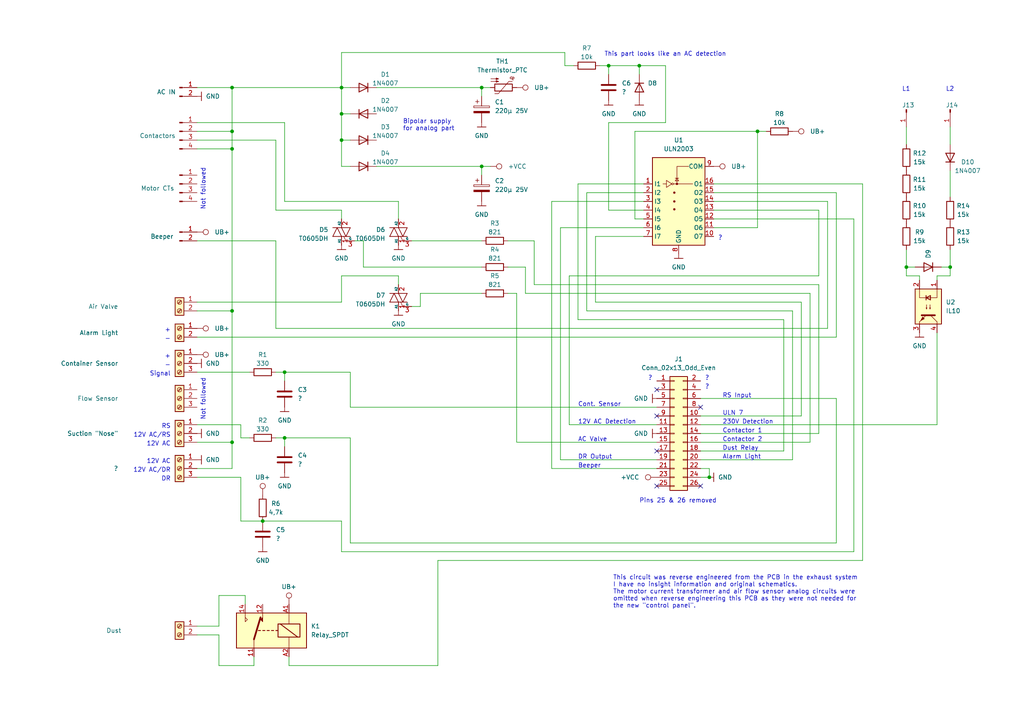
<source format=kicad_sch>
(kicad_sch (version 20230121) (generator eeschema)
  (paper "A4")
  (title_block (title "Nederman Exhaust System Basis PCB") (date "2024-03-24") (company "Jonas Eberhard joseng.de"))
  (lib_symbols
    (symbol "Connector:Conn_01x01_Pin" (pin_names (offset 1.016) hide)
      (property "Reference" "J" (at 0 2.54 0))
      (property "Value" "Conn_01x01_Pin" (at 0 -2.54 0))
      (symbol "Conn_01x01_Pin_1_1"
        (polyline (pts (xy 1.27 0) (xy 0.8636 0)) (stroke (width 0.1524)))
        (rectangle (start 0.8636 0.127) (end 0 -0.127) (stroke (width 0.1524)) (fill (type outline)))
        (pin passive line (at 5.08 0 180) (length 3.81) (name "Pin_1") (number "1"))
      )
    )
    (symbol "Connector:Conn_01x02_Pin" (pin_names (offset 1.016) hide)
      (property "Reference" "J" (at 0 2.54 0))
      (property "Value" "Conn_01x02_Pin" (at 0 -5.08 0))
      (symbol "Conn_01x02_Pin_1_1"
        (polyline (pts (xy 1.27 -2.54) (xy 0.8636 -2.54)) (stroke (width 0.1524)))
        (polyline (pts (xy 1.27 0) (xy 0.8636 0)) (stroke (width 0.1524)))
        (rectangle (start 0.8636 -2.413) (end 0 -2.667) (stroke (width 0.1524)) (fill (type outline)))
        (rectangle (start 0.8636 0.127) (end 0 -0.127) (stroke (width 0.1524)) (fill (type outline)))
        (pin passive line (at 5.08 0 180) (length 3.81) (name "Pin_1") (number "1"))
        (pin passive line (at 5.08 -2.54 180) (length 3.81) (name "Pin_2") (number "2"))
      )
    )
    (symbol "Connector:Conn_01x04_Pin" (pin_names (offset 1.016) hide)
      (property "Reference" "J" (at 0 5.08 0))
      (property "Value" "Conn_01x04_Pin" (at 0 -7.62 0))
      (symbol "Conn_01x04_Pin_1_1"
        (polyline (pts (xy 1.27 -5.08) (xy 0.8636 -5.08)) (stroke (width 0.1524)))
        (polyline (pts (xy 1.27 -2.54) (xy 0.8636 -2.54)) (stroke (width 0.1524)))
        (polyline (pts (xy 1.27 0) (xy 0.8636 0)) (stroke (width 0.1524)))
        (polyline (pts (xy 1.27 2.54) (xy 0.8636 2.54)) (stroke (width 0.1524)))
        (rectangle (start 0.8636 -4.953) (end 0 -5.207) (stroke (width 0.1524)) (fill (type outline)))
        (rectangle (start 0.8636 -2.413) (end 0 -2.667) (stroke (width 0.1524)) (fill (type outline)))
        (rectangle (start 0.8636 0.127) (end 0 -0.127) (stroke (width 0.1524)) (fill (type outline)))
        (rectangle (start 0.8636 2.667) (end 0 2.413) (stroke (width 0.1524)) (fill (type outline)))
        (pin passive line (at 5.08 2.54 180) (length 3.81) (name "Pin_1") (number "1"))
        (pin passive line (at 5.08 0 180) (length 3.81) (name "Pin_2") (number "2"))
        (pin passive line (at 5.08 -2.54 180) (length 3.81) (name "Pin_3") (number "3"))
        (pin passive line (at 5.08 -5.08 180) (length 3.81) (name "Pin_4") (number "4"))
      )
    )
    (symbol "Connector:Screw_Terminal_01x02" (pin_names (offset 1.016) hide)
      (property "Reference" "J" (at 0 2.54 0))
      (property "Value" "Screw_Terminal_01x02" (at 0 -5.08 0))
      (symbol "Screw_Terminal_01x02_1_1"
        (rectangle (start -1.27 1.27) (end 1.27 -3.81) (stroke (width 0.254)) (fill (type background)))
        (circle (center 0 -2.54) (radius 0.635) (stroke (width 0.1524)))
        (polyline (pts (xy -0.5334 -2.2098) (xy 0.3302 -3.048)) (stroke (width 0.1524)))
        (polyline (pts (xy -0.5334 0.3302) (xy 0.3302 -0.508)) (stroke (width 0.1524)))
        (polyline (pts (xy -0.3556 -2.032) (xy 0.508 -2.8702)) (stroke (width 0.1524)))
        (polyline (pts (xy -0.3556 0.508) (xy 0.508 -0.3302)) (stroke (width 0.1524)))
        (circle (center 0 0) (radius 0.635) (stroke (width 0.1524)))
        (pin passive line (at -5.08 0 0) (length 3.81) (name "Pin_1") (number "1"))
        (pin passive line (at -5.08 -2.54 0) (length 3.81) (name "Pin_2") (number "2"))
      )
    )
    (symbol "Connector:Screw_Terminal_01x03" (pin_names (offset 1.016) hide)
      (property "Reference" "J" (at 0 5.08 0))
      (property "Value" "Screw_Terminal_01x03" (at 0 -5.08 0))
      (symbol "Screw_Terminal_01x03_1_1"
        (rectangle (start -1.27 3.81) (end 1.27 -3.81) (stroke (width 0.254)) (fill (type background)))
        (circle (center 0 -2.54) (radius 0.635) (stroke (width 0.1524)))
        (polyline (pts (xy -0.5334 -2.2098) (xy 0.3302 -3.048)) (stroke (width 0.1524)))
        (polyline (pts (xy -0.5334 0.3302) (xy 0.3302 -0.508)) (stroke (width 0.1524)))
        (polyline (pts (xy -0.5334 2.8702) (xy 0.3302 2.032)) (stroke (width 0.1524)))
        (polyline (pts (xy -0.3556 -2.032) (xy 0.508 -2.8702)) (stroke (width 0.1524)))
        (polyline (pts (xy -0.3556 0.508) (xy 0.508 -0.3302)) (stroke (width 0.1524)))
        (polyline (pts (xy -0.3556 3.048) (xy 0.508 2.2098)) (stroke (width 0.1524)))
        (circle (center 0 0) (radius 0.635) (stroke (width 0.1524)))
        (circle (center 0 2.54) (radius 0.635) (stroke (width 0.1524)))
        (pin passive line (at -5.08 2.54 0) (length 3.81) (name "Pin_1") (number "1"))
        (pin passive line (at -5.08 0 0) (length 3.81) (name "Pin_2") (number "2"))
        (pin passive line (at -5.08 -2.54 0) (length 3.81) (name "Pin_3") (number "3"))
      )
    )
    (symbol "Connector_Generic:Conn_02x13_Odd_Even" (pin_names (offset 1.016) hide)
      (property "Reference" "J" (at 1.27 17.78 0))
      (property "Value" "Conn_02x13_Odd_Even" (at 1.27 -17.78 0))
      (symbol "Conn_02x13_Odd_Even_1_1"
        (rectangle (start -1.27 -15.113) (end 0 -15.367) (stroke (width 0.1524)))
        (rectangle (start -1.27 -12.573) (end 0 -12.827) (stroke (width 0.1524)))
        (rectangle (start -1.27 -10.033) (end 0 -10.287) (stroke (width 0.1524)))
        (rectangle (start -1.27 -7.493) (end 0 -7.747) (stroke (width 0.1524)))
        (rectangle (start -1.27 -4.953) (end 0 -5.207) (stroke (width 0.1524)))
        (rectangle (start -1.27 -2.413) (end 0 -2.667) (stroke (width 0.1524)))
        (rectangle (start -1.27 0.127) (end 0 -0.127) (stroke (width 0.1524)))
        (rectangle (start -1.27 2.667) (end 0 2.413) (stroke (width 0.1524)))
        (rectangle (start -1.27 5.207) (end 0 4.953) (stroke (width 0.1524)))
        (rectangle (start -1.27 7.747) (end 0 7.493) (stroke (width 0.1524)))
        (rectangle (start -1.27 10.287) (end 0 10.033) (stroke (width 0.1524)))
        (rectangle (start -1.27 12.827) (end 0 12.573) (stroke (width 0.1524)))
        (rectangle (start -1.27 15.367) (end 0 15.113) (stroke (width 0.1524)))
        (rectangle (start -1.27 16.51) (end 3.81 -16.51) (stroke (width 0.254)) (fill (type background)))
        (rectangle (start 3.81 -15.113) (end 2.54 -15.367) (stroke (width 0.1524)))
        (rectangle (start 3.81 -12.573) (end 2.54 -12.827) (stroke (width 0.1524)))
        (rectangle (start 3.81 -10.033) (end 2.54 -10.287) (stroke (width 0.1524)))
        (rectangle (start 3.81 -7.493) (end 2.54 -7.747) (stroke (width 0.1524)))
        (rectangle (start 3.81 -4.953) (end 2.54 -5.207) (stroke (width 0.1524)))
        (rectangle (start 3.81 -2.413) (end 2.54 -2.667) (stroke (width 0.1524)))
        (rectangle (start 3.81 0.127) (end 2.54 -0.127) (stroke (width 0.1524)))
        (rectangle (start 3.81 2.667) (end 2.54 2.413) (stroke (width 0.1524)))
        (rectangle (start 3.81 5.207) (end 2.54 4.953) (stroke (width 0.1524)))
        (rectangle (start 3.81 7.747) (end 2.54 7.493) (stroke (width 0.1524)))
        (rectangle (start 3.81 10.287) (end 2.54 10.033) (stroke (width 0.1524)))
        (rectangle (start 3.81 12.827) (end 2.54 12.573) (stroke (width 0.1524)))
        (rectangle (start 3.81 15.367) (end 2.54 15.113) (stroke (width 0.1524)))
        (pin passive line (at -5.08 15.24 0) (length 3.81) (name "Pin_1") (number "1"))
        (pin passive line (at 7.62 5.08 180) (length 3.81) (name "Pin_10") (number "10"))
        (pin passive line (at -5.08 2.54 0) (length 3.81) (name "Pin_11") (number "11"))
        (pin passive line (at 7.62 2.54 180) (length 3.81) (name "Pin_12") (number "12"))
        (pin passive line (at -5.08 0 0) (length 3.81) (name "Pin_13") (number "13"))
        (pin passive line (at 7.62 0 180) (length 3.81) (name "Pin_14") (number "14"))
        (pin passive line (at -5.08 -2.54 0) (length 3.81) (name "Pin_15") (number "15"))
        (pin passive line (at 7.62 -2.54 180) (length 3.81) (name "Pin_16") (number "16"))
        (pin passive line (at -5.08 -5.08 0) (length 3.81) (name "Pin_17") (number "17"))
        (pin passive line (at 7.62 -5.08 180) (length 3.81) (name "Pin_18") (number "18"))
        (pin passive line (at -5.08 -7.62 0) (length 3.81) (name "Pin_19") (number "19"))
        (pin passive line (at 7.62 15.24 180) (length 3.81) (name "Pin_2") (number "2"))
        (pin passive line (at 7.62 -7.62 180) (length 3.81) (name "Pin_20") (number "20"))
        (pin passive line (at -5.08 -10.16 0) (length 3.81) (name "Pin_21") (number "21"))
        (pin passive line (at 7.62 -10.16 180) (length 3.81) (name "Pin_22") (number "22"))
        (pin passive line (at -5.08 -12.7 0) (length 3.81) (name "Pin_23") (number "23"))
        (pin passive line (at 7.62 -12.7 180) (length 3.81) (name "Pin_24") (number "24"))
        (pin passive line (at -5.08 -15.24 0) (length 3.81) (name "Pin_25") (number "25"))
        (pin passive line (at 7.62 -15.24 180) (length 3.81) (name "Pin_26") (number "26"))
        (pin passive line (at -5.08 12.7 0) (length 3.81) (name "Pin_3") (number "3"))
        (pin passive line (at 7.62 12.7 180) (length 3.81) (name "Pin_4") (number "4"))
        (pin passive line (at -5.08 10.16 0) (length 3.81) (name "Pin_5") (number "5"))
        (pin passive line (at 7.62 10.16 180) (length 3.81) (name "Pin_6") (number "6"))
        (pin passive line (at -5.08 7.62 0) (length 3.81) (name "Pin_7") (number "7"))
        (pin passive line (at 7.62 7.62 180) (length 3.81) (name "Pin_8") (number "8"))
        (pin passive line (at -5.08 5.08 0) (length 3.81) (name "Pin_9") (number "9"))
      )
    )
    (symbol "Device:C" (pin_numbers hide) (pin_names (offset 0.254))
      (property "Reference" "C" (at 0.635 2.54 0))
      (property "Value" "C" (at 0.635 -2.54 0))
      (symbol "C_0_1"
        (polyline (pts (xy -2.032 -0.762) (xy 2.032 -0.762)) (stroke (width 0.508)))
        (polyline (pts (xy -2.032 0.762) (xy 2.032 0.762)) (stroke (width 0.508)))
      )
      (symbol "C_1_1"
        (pin passive line (at 0 3.81 270) (length 2.794) (name "~") (number "1"))
        (pin passive line (at 0 -3.81 90) (length 2.794) (name "~") (number "2"))
      )
    )
    (symbol "Device:C_Polarized" (pin_numbers hide) (pin_names (offset 0.254))
      (property "Reference" "C" (at 0.635 2.54 0))
      (property "Value" "C_Polarized" (at 0.635 -2.54 0))
      (symbol "C_Polarized_0_1"
        (rectangle (start -2.286 0.508) (end 2.286 1.016))
        (polyline (pts (xy -1.778 2.286) (xy -0.762 2.286)))
        (polyline (pts (xy -1.27 2.794) (xy -1.27 1.778)))
        (rectangle (start 2.286 -0.508) (end -2.286 -1.016) (fill (type outline)))
      )
      (symbol "C_Polarized_1_1"
        (pin passive line (at 0 3.81 270) (length 2.794) (name "~") (number "1"))
        (pin passive line (at 0 -3.81 90) (length 2.794) (name "~") (number "2"))
      )
    )
    (symbol "Device:Q_TRIAC_A1A2G" (pin_names (offset 0))
      (property "Reference" "D" (at 3.175 0.635 0))
      (property "Value" "Q_TRIAC_A1A2G" (at 3.175 -1.27 0))
      (symbol "Q_TRIAC_A1A2G_0_1"
        (polyline (pts (xy -2.54 -1.27) (xy 2.54 -1.27)) (stroke (width 0.2032)))
        (polyline (pts (xy -2.54 1.27) (xy 2.54 1.27)) (stroke (width 0.2032)))
        (polyline (pts (xy -1.27 -2.54) (xy -0.635 -1.27)))
        (polyline (pts (xy -2.54 1.27) (xy -1.27 -1.27) (xy 0 1.27)) (stroke (width 0.2032)))
        (polyline (pts (xy 0 -1.27) (xy 1.27 1.27) (xy 2.54 -1.27)) (stroke (width 0.2032)))
      )
      (symbol "Q_TRIAC_A1A2G_1_1"
        (pin passive line (at 0 -3.81 90) (length 2.54) (name "A1") (number "1"))
        (pin passive line (at 0 3.81 270) (length 2.54) (name "A2") (number "2"))
        (pin input line (at -3.81 -2.54 0) (length 2.54) (name "G") (number "3"))
      )
    )
    (symbol "Device:R" (pin_numbers hide) (pin_names (offset 0))
      (property "Reference" "R" (at 2.032 0 90))
      (property "Value" "R" (at 0 0 90))
      (symbol "R_0_1"
        (rectangle (start -1.016 -2.54) (end 1.016 2.54) (stroke (width 0.254)))
      )
      (symbol "R_1_1"
        (pin passive line (at 0 3.81 270) (length 1.27) (name "~") (number "1"))
        (pin passive line (at 0 -3.81 90) (length 1.27) (name "~") (number "2"))
      )
    )
    (symbol "Device:Thermistor_PTC" (pin_numbers hide) (pin_names (offset 0))
      (property "Reference" "TH" (at -4.064 0 90))
      (property "Value" "Thermistor_PTC" (at 3.048 0 90))
      (symbol "Thermistor_PTC_0_1"
        (arc (start -3.048 2.159) (mid -3.0495 2.3143) (end -3.175 2.413))
        (arc (start -3.048 2.159) (mid -2.9736 1.9794) (end -2.794 1.905))
        (arc (start -3.048 2.794) (mid -2.9736 2.6144) (end -2.794 2.54))
        (arc (start -2.794 1.905) (mid -2.6144 1.9794) (end -2.54 2.159))
        (arc (start -2.794 2.54) (mid -2.4393 2.5587) (end -2.159 2.794))
        (arc (start -2.794 3.048) (mid -2.9736 2.9736) (end -3.048 2.794))
        (arc (start -2.54 2.794) (mid -2.6144 2.9736) (end -2.794 3.048))
        (rectangle (start -1.016 2.54) (end 1.016 -2.54) (stroke (width 0.254)))
        (polyline (pts (xy -2.54 2.159) (xy -2.54 2.794)))
        (polyline (pts (xy -1.778 2.54) (xy -1.778 1.524) (xy 1.778 -1.524) (xy 1.778 -2.54)))
        (polyline (pts (xy -2.54 -3.683) (xy -2.54 -1.397) (xy -2.794 -2.159) (xy -2.286 -2.159) (xy -2.54 -1.397) (xy -2.54 -1.651)) (fill (type outline)))
        (polyline (pts (xy -1.778 -3.683) (xy -1.778 -1.397) (xy -2.032 -2.159) (xy -1.524 -2.159) (xy -1.778 -1.397) (xy -1.778 -1.651)) (fill (type outline)))
      )
      (symbol "Thermistor_PTC_1_1"
        (pin passive line (at 0 3.81 270) (length 1.27) (name "~") (number "1"))
        (pin passive line (at 0 -3.81 90) (length 1.27) (name "~") (number "2"))
      )
    )
    (symbol "Diode:1N4007" (pin_numbers hide) (pin_names hide)
      (property "Reference" "D" (at 0 2.54 0))
      (property "Value" "1N4007" (at 0 -2.54 0))
      (symbol "1N4007_0_1"
        (polyline (pts (xy -1.27 1.27) (xy -1.27 -1.27)) (stroke (width 0.254)))
        (polyline (pts (xy 1.27 0) (xy -1.27 0)))
        (polyline (pts (xy 1.27 1.27) (xy 1.27 -1.27) (xy -1.27 0) (xy 1.27 1.27)) (stroke (width 0.254)))
      )
      (symbol "1N4007_1_1"
        (pin passive line (at -3.81 0 0) (length 2.54) (name "K") (number "1"))
        (pin passive line (at 3.81 0 180) (length 2.54) (name "A") (number "2"))
      )
    )
    (symbol "Isolator:EL817" (pin_names (offset 1.016))
      (property "Reference" "U" (at -5.08 5.08 0))
      (property "Value" "EL817" (at 0 5.08 0))
      (symbol "EL817_0_1"
        (rectangle (start -5.08 3.81) (end 5.08 -3.81) (stroke (width 0.254)) (fill (type background)))
        (polyline (pts (xy -3.175 -0.635) (xy -1.905 -0.635)) (stroke (width 0.254)))
        (polyline (pts (xy 2.54 0.635) (xy 4.445 2.54)))
        (polyline (pts (xy 4.445 -2.54) (xy 2.54 -0.635)) (fill (type outline)))
        (polyline (pts (xy 4.445 -2.54) (xy 5.08 -2.54)))
        (polyline (pts (xy 4.445 2.54) (xy 5.08 2.54)))
        (polyline (pts (xy -5.08 2.54) (xy -2.54 2.54) (xy -2.54 -0.635)))
        (polyline (pts (xy -2.54 -0.635) (xy -2.54 -2.54) (xy -5.08 -2.54)))
        (polyline (pts (xy 2.54 1.905) (xy 2.54 -1.905) (xy 2.54 -1.905)) (stroke (width 0.508)))
        (polyline (pts (xy -2.54 -0.635) (xy -3.175 0.635) (xy -1.905 0.635) (xy -2.54 -0.635)) (stroke (width 0.254)))
        (polyline (pts (xy -0.508 -0.508) (xy 0.762 -0.508) (xy 0.381 -0.635) (xy 0.381 -0.381) (xy 0.762 -0.508)))
        (polyline (pts (xy -0.508 0.508) (xy 0.762 0.508) (xy 0.381 0.381) (xy 0.381 0.635) (xy 0.762 0.508)))
        (polyline (pts (xy 3.048 -1.651) (xy 3.556 -1.143) (xy 4.064 -2.159) (xy 3.048 -1.651) (xy 3.048 -1.651)) (fill (type outline)))
      )
      (symbol "EL817_1_1"
        (pin passive line (at -7.62 2.54 0) (length 2.54) (name "~") (number "1"))
        (pin passive line (at -7.62 -2.54 0) (length 2.54) (name "~") (number "2"))
        (pin passive line (at 7.62 -2.54 180) (length 2.54) (name "~") (number "3"))
        (pin passive line (at 7.62 2.54 180) (length 2.54) (name "~") (number "4"))
      )
    )
    (symbol "PowerSymbols:GND" (power) (pin_names (offset 0))
      (property "Value" "GND" (at 0 -3.81 0))
      (symbol "GND_0_1"
        (polyline (pts (xy -1.27 -1.27) (xy 1.27 -1.27)) (stroke (width 0.2032)))
        (polyline (pts (xy 0 0) (xy 0 -1.27)))
      )
      (symbol "GND_1_1"
        (pin power_in line (at 0 0 270) (length 0) hide (name "GND") (number "1"))
      )
    )
    (symbol "PowerSymbols:UB+" (power) (in_bom no) (on_board no)
      (property "Value" "UB+" (at 0 5.08 0))
      (symbol "UB+_0_1"
        (polyline (pts (xy 0 1.778) (xy 0 0)))
        (circle (center 0 2.54) (radius 0.762))
      )
      (symbol "UB+_1_1"
        (pin power_in line (at 0 0 90) (length 0) hide (name "UB+") (number "1"))
      )
    )
    (symbol "PowerSymbols:VCC" (power) (pin_numbers hide) (pin_names (offset 0) hide)
      (property "Value" "VCC" (at 0 4.318 0))
      (symbol "VCC_0_1"
        (polyline (pts (xy 0 1.778) (xy 0 0)))
        (circle (center 0 2.54) (radius 0.762))
      )
      (symbol "VCC_1_1"
        (pin power_in line (at 0 0 90) (length 0) hide (name "+VCC") (number "1"))
      )
    )
    (symbol "Relay:Relay_SPDT"
      (property "Reference" "K" (at 11.43 3.81 0))
      (property "Value" "Relay_SPDT" (at 11.43 1.27 0))
      (symbol "Relay_SPDT_0_0"
        (polyline (pts (xy 7.62 5.08) (xy 7.62 2.54) (xy 6.985 3.175) (xy 7.62 3.81)))
      )
      (symbol "Relay_SPDT_0_1"
        (rectangle (start -10.16 5.08) (end 10.16 -5.08) (stroke (width 0.254)) (fill (type background)))
        (rectangle (start -8.255 1.905) (end -1.905 -1.905) (stroke (width 0.254)))
        (polyline (pts (xy -7.62 -1.905) (xy -2.54 1.905)) (stroke (width 0.254)))
        (polyline (pts (xy -5.08 -5.08) (xy -5.08 -1.905)))
        (polyline (pts (xy -5.08 5.08) (xy -5.08 1.905)))
        (polyline (pts (xy -1.905 0) (xy -1.27 0)) (stroke (width 0.254)))
        (polyline (pts (xy -0.635 0) (xy 0 0)) (stroke (width 0.254)))
        (polyline (pts (xy 0.635 0) (xy 1.27 0)) (stroke (width 0.254)))
        (polyline (pts (xy 1.905 0) (xy 2.54 0)) (stroke (width 0.254)))
        (polyline (pts (xy 3.175 0) (xy 3.81 0)) (stroke (width 0.254)))
        (polyline (pts (xy 5.08 -2.54) (xy 3.175 3.81)) (stroke (width 0.508)))
        (polyline (pts (xy 5.08 -2.54) (xy 5.08 -5.08)))
        (polyline (pts (xy 2.54 5.08) (xy 2.54 2.54) (xy 3.175 3.175) (xy 2.54 3.81)) (fill (type outline)))
      )
      (symbol "Relay_SPDT_1_1"
        (pin passive line (at 5.08 -7.62 90) (length 2.54) (name "~") (number "11"))
        (pin passive line (at 2.54 7.62 270) (length 2.54) (name "~") (number "12"))
        (pin passive line (at 7.62 7.62 270) (length 2.54) (name "~") (number "14"))
        (pin passive line (at -5.08 7.62 270) (length 2.54) (name "~") (number "A1"))
        (pin passive line (at -5.08 -7.62 90) (length 2.54) (name "~") (number "A2"))
      )
    )
    (symbol "Transistor_Array:ULN2003"
      (property "Reference" "U" (at 0 15.875 0))
      (property "Value" "ULN2003" (at 0 13.97 0))
      (symbol "ULN2003_0_1"
        (rectangle (start -7.62 -12.7) (end 7.62 12.7) (stroke (width 0.254)) (fill (type background)))
        (circle (center -1.778 5.08) (radius 0.254))
        (circle (center -1.27 -2.286) (radius 0.254) (fill (type outline)))
        (circle (center -1.27 0) (radius 0.254) (fill (type outline)))
        (circle (center -1.27 2.54) (radius 0.254) (fill (type outline)))
        (circle (center -0.508 5.08) (radius 0.254) (fill (type outline)))
        (polyline (pts (xy -4.572 5.08) (xy -3.556 5.08)))
        (polyline (pts (xy -1.524 5.08) (xy 4.064 5.08)))
        (polyline (pts (xy 0 6.731) (xy -1.016 6.731)))
        (polyline (pts (xy -0.508 5.08) (xy -0.508 10.16) (xy 2.921 10.16)))
        (polyline (pts (xy -3.556 6.096) (xy -3.556 4.064) (xy -2.032 5.08) (xy -3.556 6.096)))
        (polyline (pts (xy 0 5.969) (xy -1.016 5.969) (xy -0.508 6.731) (xy 0 5.969)))
      )
      (symbol "ULN2003_1_1"
        (pin input line (at -10.16 5.08 0) (length 2.54) (name "I1") (number "1"))
        (pin open_collector line (at 10.16 -10.16 180) (length 2.54) (name "O7") (number "10"))
        (pin open_collector line (at 10.16 -7.62 180) (length 2.54) (name "O6") (number "11"))
        (pin open_collector line (at 10.16 -5.08 180) (length 2.54) (name "O5") (number "12"))
        (pin open_collector line (at 10.16 -2.54 180) (length 2.54) (name "O4") (number "13"))
        (pin open_collector line (at 10.16 0 180) (length 2.54) (name "O3") (number "14"))
        (pin open_collector line (at 10.16 2.54 180) (length 2.54) (name "O2") (number "15"))
        (pin open_collector line (at 10.16 5.08 180) (length 2.54) (name "O1") (number "16"))
        (pin input line (at -10.16 2.54 0) (length 2.54) (name "I2") (number "2"))
        (pin input line (at -10.16 0 0) (length 2.54) (name "I3") (number "3"))
        (pin input line (at -10.16 -2.54 0) (length 2.54) (name "I4") (number "4"))
        (pin input line (at -10.16 -5.08 0) (length 2.54) (name "I5") (number "5"))
        (pin input line (at -10.16 -7.62 0) (length 2.54) (name "I6") (number "6"))
        (pin input line (at -10.16 -10.16 0) (length 2.54) (name "I7") (number "7"))
        (pin power_in line (at 0 -15.24 90) (length 2.54) (name "GND") (number "8"))
        (pin passive line (at 10.16 10.16 180) (length 2.54) (name "COM") (number "9"))
      )
    )
  )
  (junction (at 67.31 38.1))
  (junction (at 139.7 25.4))
  (junction (at 185.42 19.05))
  (junction (at 176.53 19.05))
  (junction (at 67.31 25.4))
  (junction (at 275.59 77.47))
  (junction (at 82.55 107.95))
  (junction (at 139.7 48.26))
  (junction (at 262.89 77.47))
  (junction (at 99.06 40.64))
  (junction (at 99.06 33.02))
  (junction (at 219.71 38.1))
  (junction (at 99.06 25.4))
  (junction (at 67.31 128.27))
  (junction (at 76.2 151.13))
  (junction (at 67.31 43.18))
  (junction (at 67.31 90.17))
  (junction (at 82.55 127))
  (junction (at 205.74 138.43))
  (no_connect (at 190.5 120.65))
  (no_connect (at 190.5 130.81))
  (no_connect (at 203.2 140.97))
  (no_connect (at 190.5 113.03))
  (no_connect (at 190.5 140.97))
  (no_connect (at 203.2 118.11))
  (wire (pts (xy 57.15 123.19) (xy 69.85 123.19)))
  (wire (pts (xy 80.01 95.25) (xy 240.03 95.25)))
  (wire (pts (xy 203.2 120.65) (xy 232.41 120.65)))
  (wire (pts (xy 207.01 53.34) (xy 250.19 53.34)))
  (wire (pts (xy 152.4 85.09) (xy 234.95 85.09)))
  (wire (pts (xy 63.5 184.15) (xy 57.15 184.15)))
  (wire (pts (xy 57.15 69.85) (xy 80.01 69.85)))
  (wire (pts (xy 170.18 90.17) (xy 170.18 55.88)))
  (wire (pts (xy 266.7 81.28) (xy 266.7 80.01)))
  (wire (pts (xy 237.49 60.96) (xy 237.49 80.01)))
  (wire (pts (xy 115.57 80.01) (xy 115.57 82.55)))
  (wire (pts (xy 271.78 81.28) (xy 271.78 80.01)))
  (wire (pts (xy 232.41 87.63) (xy 172.72 87.63)))
  (wire (pts (xy 80.01 127) (xy 82.55 127)))
  (wire (pts (xy 99.06 151.13) (xy 76.2 151.13)))
  (wire (pts (xy 57.15 107.95) (xy 72.39 107.95)))
  (wire (pts (xy 82.55 107.95) (xy 82.55 110.49)))
  (wire (pts (xy 166.37 19.05) (xy 163.83 19.05)))
  (wire (pts (xy 165.1 123.19) (xy 190.5 123.19)))
  (wire (pts (xy 149.86 85.09) (xy 149.86 128.27)))
  (wire (pts (xy 203.2 133.35) (xy 229.87 133.35)))
  (wire (pts (xy 67.31 43.18) (xy 67.31 38.1)))
  (wire (pts (xy 250.19 53.34) (xy 250.19 162.56)))
  (wire (pts (xy 69.85 138.43) (xy 69.85 151.13)))
  (wire (pts (xy 57.15 87.63) (xy 99.06 87.63)))
  (wire (pts (xy 57.15 181.61) (xy 63.5 181.61)))
  (wire (pts (xy 186.69 60.96) (xy 176.53 60.96)))
  (wire (pts (xy 57.15 90.17) (xy 67.31 90.17)))
  (wire (pts (xy 99.06 33.02) (xy 101.6 33.02)))
  (wire (pts (xy 184.15 63.5) (xy 184.15 38.1)))
  (wire (pts (xy 83.82 193.04) (xy 83.82 190.5)))
  (wire (pts (xy 154.94 69.85) (xy 154.94 82.55)))
  (wire (pts (xy 262.89 77.47) (xy 265.43 77.47)))
  (wire (pts (xy 162.56 66.04) (xy 186.69 66.04)))
  (wire (pts (xy 275.59 49.53) (xy 275.59 57.15)))
  (wire (pts (xy 57.15 135.89) (xy 67.31 135.89)))
  (wire (pts (xy 275.59 72.39) (xy 275.59 77.47)))
  (wire (pts (xy 275.59 80.01) (xy 275.59 77.47)))
  (wire (pts (xy 207.01 60.96) (xy 237.49 60.96)))
  (wire (pts (xy 149.86 128.27) (xy 190.5 128.27)))
  (wire (pts (xy 82.55 58.42) (xy 82.55 35.56)))
  (wire (pts (xy 67.31 135.89) (xy 67.31 128.27)))
  (wire (pts (xy 237.49 82.55) (xy 237.49 125.73)))
  (wire (pts (xy 99.06 33.02) (xy 99.06 25.4)))
  (wire (pts (xy 163.83 19.05) (xy 163.83 15.24)))
  (wire (pts (xy 240.03 95.25) (xy 240.03 58.42)))
  (wire (pts (xy 160.02 135.89) (xy 160.02 58.42)))
  (wire (pts (xy 262.89 36.83) (xy 262.89 41.91)))
  (wire (pts (xy 80.01 107.95) (xy 82.55 107.95)))
  (wire (pts (xy 139.7 48.26) (xy 109.22 48.26)))
  (wire (pts (xy 262.89 72.39) (xy 262.89 77.47)))
  (wire (pts (xy 73.66 193.04) (xy 63.5 193.04)))
  (wire (pts (xy 167.64 92.71) (xy 167.64 53.34)))
  (wire (pts (xy 69.85 127) (xy 72.39 127)))
  (wire (pts (xy 227.33 130.81) (xy 227.33 92.71)))
  (wire (pts (xy 172.72 87.63) (xy 172.72 68.58)))
  (wire (pts (xy 234.95 85.09) (xy 234.95 128.27)))
  (wire (pts (xy 69.85 151.13) (xy 76.2 151.13)))
  (wire (pts (xy 121.92 85.09) (xy 139.7 85.09)))
  (wire (pts (xy 203.2 123.19) (xy 271.78 123.19)))
  (wire (pts (xy 160.02 58.42) (xy 186.69 58.42)))
  (wire (pts (xy 99.06 48.26) (xy 99.06 40.64)))
  (wire (pts (xy 99.06 40.64) (xy 101.6 40.64)))
  (wire (pts (xy 232.41 120.65) (xy 232.41 87.63)))
  (wire (pts (xy 57.15 138.43) (xy 69.85 138.43)))
  (wire (pts (xy 73.66 190.5) (xy 73.66 193.04)))
  (wire (pts (xy 203.2 138.43) (xy 205.74 138.43)))
  (wire (pts (xy 101.6 157.48) (xy 101.6 127)))
  (wire (pts (xy 184.15 38.1) (xy 219.71 38.1)))
  (wire (pts (xy 229.87 133.35) (xy 229.87 90.17)))
  (wire (pts (xy 127 193.04) (xy 83.82 193.04)))
  (wire (pts (xy 237.49 125.73) (xy 203.2 125.73)))
  (wire (pts (xy 57.15 40.64) (xy 80.01 40.64)))
  (wire (pts (xy 99.06 80.01) (xy 115.57 80.01)))
  (wire (pts (xy 57.15 128.27) (xy 67.31 128.27)))
  (wire (pts (xy 242.57 55.88) (xy 207.01 55.88)))
  (wire (pts (xy 139.7 25.4) (xy 142.24 25.4)))
  (wire (pts (xy 237.49 80.01) (xy 165.1 80.01)))
  (wire (pts (xy 139.7 50.8) (xy 139.7 48.26)))
  (wire (pts (xy 271.78 123.19) (xy 271.78 96.52)))
  (wire (pts (xy 190.5 118.11) (xy 101.6 118.11)))
  (wire (pts (xy 63.5 172.72) (xy 71.12 172.72)))
  (wire (pts (xy 57.15 25.4) (xy 67.31 25.4)))
  (wire (pts (xy 80.01 60.96) (xy 99.06 60.96)))
  (wire (pts (xy 165.1 80.01) (xy 165.1 123.19)))
  (wire (pts (xy 105.41 69.85) (xy 105.41 77.47)))
  (wire (pts (xy 190.5 133.35) (xy 162.56 133.35)))
  (wire (pts (xy 67.31 128.27) (xy 67.31 90.17)))
  (wire (pts (xy 119.38 88.9) (xy 121.92 88.9)))
  (wire (pts (xy 82.55 127) (xy 82.55 129.54)))
  (wire (pts (xy 99.06 25.4) (xy 67.31 25.4)))
  (wire (pts (xy 163.83 15.24) (xy 99.06 15.24)))
  (wire (pts (xy 190.5 135.89) (xy 160.02 135.89)))
  (wire (pts (xy 205.74 135.89) (xy 205.74 138.43)))
  (wire (pts (xy 105.41 77.47) (xy 139.7 77.47)))
  (wire (pts (xy 167.64 53.34) (xy 186.69 53.34)))
  (wire (pts (xy 71.12 172.72) (xy 71.12 175.26)))
  (wire (pts (xy 147.32 77.47) (xy 152.4 77.47)))
  (wire (pts (xy 80.01 69.85) (xy 80.01 95.25)))
  (wire (pts (xy 203.2 135.89) (xy 205.74 135.89)))
  (wire (pts (xy 154.94 82.55) (xy 237.49 82.55)))
  (wire (pts (xy 101.6 127) (xy 82.55 127)))
  (wire (pts (xy 275.59 36.83) (xy 275.59 41.91)))
  (wire (pts (xy 99.06 25.4) (xy 101.6 25.4)))
  (wire (pts (xy 247.65 63.5) (xy 247.65 160.02)))
  (wire (pts (xy 185.42 21.59) (xy 185.42 19.05)))
  (wire (pts (xy 242.57 115.57) (xy 242.57 157.48)))
  (wire (pts (xy 101.6 107.95) (xy 82.55 107.95)))
  (wire (pts (xy 121.92 85.09) (xy 121.92 88.9)))
  (wire (pts (xy 139.7 25.4) (xy 139.7 27.94)))
  (wire (pts (xy 57.15 35.56) (xy 82.55 35.56)))
  (wire (pts (xy 176.53 19.05) (xy 176.53 21.59)))
  (wire (pts (xy 229.87 90.17) (xy 170.18 90.17)))
  (wire (pts (xy 193.04 35.56) (xy 193.04 19.05)))
  (wire (pts (xy 240.03 58.42) (xy 207.01 58.42)))
  (wire (pts (xy 80.01 40.64) (xy 80.01 60.96)))
  (wire (pts (xy 242.57 97.79) (xy 242.57 55.88)))
  (wire (pts (xy 203.2 130.81) (xy 227.33 130.81)))
  (wire (pts (xy 119.38 69.85) (xy 139.7 69.85)))
  (wire (pts (xy 63.5 193.04) (xy 63.5 184.15)))
  (wire (pts (xy 242.57 157.48) (xy 101.6 157.48)))
  (wire (pts (xy 139.7 48.26) (xy 142.24 48.26)))
  (wire (pts (xy 152.4 77.47) (xy 152.4 85.09)))
  (wire (pts (xy 172.72 68.58) (xy 186.69 68.58)))
  (wire (pts (xy 57.15 43.18) (xy 67.31 43.18)))
  (wire (pts (xy 162.56 133.35) (xy 162.56 66.04)))
  (wire (pts (xy 219.71 66.04) (xy 207.01 66.04)))
  (wire (pts (xy 186.69 63.5) (xy 184.15 63.5)))
  (wire (pts (xy 102.87 69.85) (xy 105.41 69.85)))
  (wire (pts (xy 147.32 69.85) (xy 154.94 69.85)))
  (wire (pts (xy 170.18 55.88) (xy 186.69 55.88)))
  (wire (pts (xy 99.06 40.64) (xy 99.06 33.02)))
  (wire (pts (xy 227.33 92.71) (xy 167.64 92.71)))
  (wire (pts (xy 219.71 38.1) (xy 219.71 66.04)))
  (wire (pts (xy 99.06 60.96) (xy 99.06 63.5)))
  (wire (pts (xy 67.31 90.17) (xy 67.31 43.18)))
  (wire (pts (xy 63.5 181.61) (xy 63.5 172.72)))
  (wire (pts (xy 266.7 80.01) (xy 262.89 80.01)))
  (wire (pts (xy 127 162.56) (xy 127 193.04)))
  (wire (pts (xy 99.06 15.24) (xy 99.06 25.4)))
  (wire (pts (xy 176.53 60.96) (xy 176.53 35.56)))
  (wire (pts (xy 262.89 80.01) (xy 262.89 77.47)))
  (wire (pts (xy 176.53 19.05) (xy 185.42 19.05)))
  (wire (pts (xy 273.05 77.47) (xy 275.59 77.47)))
  (wire (pts (xy 207.01 63.5) (xy 247.65 63.5)))
  (wire (pts (xy 115.57 63.5) (xy 115.57 58.42)))
  (wire (pts (xy 271.78 80.01) (xy 275.59 80.01)))
  (wire (pts (xy 173.99 19.05) (xy 176.53 19.05)))
  (wire (pts (xy 57.15 38.1) (xy 67.31 38.1)))
  (wire (pts (xy 250.19 162.56) (xy 127 162.56)))
  (wire (pts (xy 247.65 160.02) (xy 99.06 160.02)))
  (wire (pts (xy 234.95 128.27) (xy 203.2 128.27)))
  (wire (pts (xy 101.6 48.26) (xy 99.06 48.26)))
  (wire (pts (xy 69.85 123.19) (xy 69.85 127)))
  (wire (pts (xy 185.42 19.05) (xy 193.04 19.05)))
  (wire (pts (xy 101.6 118.11) (xy 101.6 107.95)))
  (wire (pts (xy 115.57 58.42) (xy 82.55 58.42)))
  (wire (pts (xy 67.31 25.4) (xy 67.31 38.1)))
  (wire (pts (xy 176.53 35.56) (xy 193.04 35.56)))
  (wire (pts (xy 109.22 25.4) (xy 139.7 25.4)))
  (wire (pts (xy 147.32 85.09) (xy 149.86 85.09)))
  (wire (pts (xy 99.06 160.02) (xy 99.06 151.13)))
  (wire (pts (xy 57.15 97.79) (xy 242.57 97.79)))
  (wire (pts (xy 203.2 115.57) (xy 242.57 115.57)))
  (wire (pts (xy 99.06 87.63) (xy 99.06 80.01)))
  (wire (pts (xy 219.71 38.1) (xy 222.25 38.1)))
  (text "DR" (at 49.53 139.7 0) (effects (font (size 1.27 1.27)) (justify right bottom)))
  (text "?" (at 208.28 69.85 0) (effects (font (size 1.27 1.27)) (justify left bottom)))
  (text "L1" (at 261.62 26.67 0) (effects (font (size 1.27 1.27)) (justify left bottom)))
  (text "+" (at 49.53 104.14 0) (effects (font (size 1.27 1.27)) (justify right bottom)))
  (text "12V AC Detection" (at 167.64 123.19 0) (effects (font (size 1.27 1.27)) (justify left bottom)))
  (text "Beeper" (at 167.64 135.89 0) (effects (font (size 1.27 1.27)) (justify left bottom)))
  (text "12V AC" (at 49.53 129.54 0) (effects (font (size 1.27 1.27)) (justify right bottom)))
  (text "?" (at 204.47 113.03 0) (effects (font (size 1.27 1.27)) (justify left bottom)))
  (text "12V AC" (at 49.53 134.62 0) (effects (font (size 1.27 1.27)) (justify right bottom)))
  (text "Contactor 1" (at 209.55 125.73 0) (effects (font (size 1.27 1.27)) (justify left bottom)))
  (text "-" (at 49.53 106.68 0) (effects (font (size 1.27 1.27)) (justify right bottom)))
  (text "?" (at 204.47 110.49 0) (effects (font (size 1.27 1.27)) (justify left bottom)))
  (text "?" (at 187.96 110.49 0) (effects (font (size 1.27 1.27)) (justify left bottom)))
  (text "Not followed" (at 59.69 60.96 90) (effects (font (size 1.27 1.27)) (justify left bottom)))
  (text "RS Input" (at 209.55 115.57 0) (effects (font (size 1.27 1.27)) (justify left bottom)))
  (text "ULN 7" (at 209.55 120.65 0) (effects (font (size 1.27 1.27)) (justify left bottom)))
  (text "Not followed" (at 59.69 121.92 90) (effects (font (size 1.27 1.27)) (justify left bottom)))
  (text "Cont. Sensor" (at 167.64 118.11 0) (effects (font (size 1.27 1.27)) (justify left bottom)))
  (text "AC Valve" (at 167.64 128.27 0) (effects (font (size 1.27 1.27)) (justify left bottom)))
  (text "-" (at 49.53 99.06 0) (effects (font (size 1.27 1.27)) (justify right bottom)))
  (text "230V Detection" (at 209.55 123.19 0) (effects (font (size 1.27 1.27)) (justify left bottom)))
  (text "+" (at 49.53 96.52 0) (effects (font (size 1.27 1.27)) (justify right bottom)))
  (text "This part looks like an AC detection" (at 175.26 16.51 0) (effects (font (size 1.27 1.27)) (justify left bottom)))
  (text "RS" (at 49.53 124.46 0) (effects (font (size 1.27 1.27)) (justify right bottom)))
  (text "L2" (at 274.32 26.67 0) (effects (font (size 1.27 1.27)) (justify left bottom)))
  (text "Pins 25 & 26 removed" (at 185.42 146.05 0) (effects (font (size 1.27 1.27)) (justify left bottom)))
  (text "This circuit was reverse engineered from the PCB in the exhaust system\nI have no insight information and original schematics.\nThe motor current transformer and air flow sensor analog circuits were\nomitted when reverse engineering this PCB as they were not needed for\nthe new \"control panel\"." (at 177.8 176.53 0) (effects (font (size 1.27 1.27)) (justify left bottom)))
  (text "Signal" (at 49.53 109.22 0) (effects (font (size 1.27 1.27)) (justify right bottom)))
  (text "12V AC/DR" (at 49.53 137.16 0) (effects (font (size 1.27 1.27)) (justify right bottom)))
  (text "12V AC/RS" (at 49.53 127 0) (effects (font (size 1.27 1.27)) (justify right bottom)))
  (text "Bipolar supply\nfor analog part" (at 116.84 38.1 0) (effects (font (size 1.27 1.27)) (justify left bottom)))
  (text "Dust Relay" (at 209.55 130.81 0) (effects (font (size 1.27 1.27)) (justify left bottom)))
  (text "Alarm Light" (at 209.55 133.35 0) (effects (font (size 1.27 1.27)) (justify left bottom)))
  (text "Contactor 2" (at 209.55 128.27 0) (effects (font (size 1.27 1.27)) (justify left bottom)))
  (text "DR Output" (at 167.64 133.35 0) (effects (font (size 1.27 1.27)) (justify left bottom)))
  (symbol (lib_id "Device:R") (at 262.89 53.34 180) (unit 1)
    (property "Reference" "R11" (at 266.7 52.07 0))
    (property "Value" "15k" (at 266.7 54.61 0))
  )
  (symbol (lib_id "Device:R") (at 143.51 77.47 90) (unit 1)
    (property "Reference" "R4" (at 143.51 72.39 90))
    (property "Value" "821" (at 143.51 74.93 90))
  )
  (symbol (lib_id "Device:R") (at 170.18 19.05 90) (unit 1)
    (property "Reference" "R7" (at 170.18 13.97 90))
    (property "Value" "10k" (at 170.18 16.51 90))
  )
  (symbol (lib_id "Connector:Conn_01x04_Pin") (at 52.07 53.34 0) (unit 1)
    (property "Reference" "J5" (effects hide))
    (property "Value" "Motor CTs" (at 45.72 54.61 0))
  )
  (symbol (lib_id "PowerSymbols:GND") (at 57.15 105.41 90) (unit 1)
    (property "Reference" "#PWR013" (effects hide))
    (property "Value" "GND" (at 59.69 105.41 90) (effects (justify right)))
  )
  (symbol (lib_id "Connector:Conn_01x01_Pin") (at 262.89 31.75 270) (unit 1)
    (property "Reference" "J13" (at 261.62 30.48 90) (effects (justify left)))
    (property "Value" "Conn_01x01_Pin" (effects hide))
  )
  (symbol (lib_id "Connector:Conn_01x01_Pin") (at 275.59 31.75 270) (unit 1)
    (property "Reference" "J14" (at 274.32 30.48 90) (effects (justify left)))
    (property "Value" "Conn_01x01_Pin" (effects hide))
  )
  (symbol (lib_id "Relay:Relay_SPDT") (at 78.74 182.88 0) (mirror y) (unit 1)
    (property "Reference" "K1" (at 90.17 181.61 0) (effects (justify right)))
    (property "Value" "Relay_SPDT" (at 90.17 184.15 0) (effects (justify right)))
  )
  (symbol (lib_id "PowerSymbols:GND") (at 82.55 137.16 0) (unit 1)
    (property "Reference" "#PWR016" (effects hide))
    (property "Value" "GND" (at 82.55 140.97 0))
  )
  (symbol (lib_id "PowerSymbols:GND") (at 82.55 118.11 0) (unit 1)
    (property "Reference" "#PWR02" (effects hide))
    (property "Value" "GND" (at 82.55 121.92 0))
  )
  (symbol (lib_id "Device:R") (at 226.06 38.1 90) (unit 1)
    (property "Reference" "R8" (at 226.06 33.02 90))
    (property "Value" "10k" (at 226.06 35.56 90))
  )
  (symbol (lib_id "Diode:1N4007") (at 105.41 40.64 180) (unit 1)
    (property "Reference" "D3" (at 111.76 36.83 0))
    (property "Value" "1N4007" (at 111.76 39.37 0))
    (property "Footprint" "Diode_THT:D_DO-41_SOD81_P10.16mm_Horizontal" (effects hide))
    (property "Datasheet" "http://www.vishay.com/docs/88503/1n4001.pdf" (effects hide))
    (property "Sim.Device" "D" (effects hide))
    (property "Sim.Pins" "1=K 2=A" (effects hide))
  )
  (symbol (lib_id "Device:C_Polarized") (at 139.7 54.61 0) (unit 1)
    (property "Reference" "C2" (at 143.51 52.451 0) (effects (justify left)))
    (property "Value" "220µ 25V" (at 143.51 54.991 0) (effects (justify left)))
  )
  (symbol (lib_id "PowerSymbols:UB+") (at 83.82 175.26 0) (unit 1) (in_bom no) (on_board no)
    (property "Reference" "#PWR015" (effects hide))
    (property "Value" "UB+" (at 83.82 170.18 0))
  )
  (symbol (lib_id "Device:C") (at 76.2 154.94 0) (unit 1)
    (property "Reference" "C5" (at 80.01 153.67 0) (effects (justify left)))
    (property "Value" "?" (at 80.01 156.21 0) (effects (justify left)))
  )
  (symbol (lib_id "Device:Q_TRIAC_A1A2G") (at 115.57 67.31 0) (mirror y) (unit 1)
    (property "Reference" "D6" (at 111.76 66.6242 0) (effects (justify left)))
    (property "Value" "T0605DH" (at 111.76 69.1642 0) (effects (justify left)))
  )
  (symbol (lib_id "PowerSymbols:UB+") (at 149.86 25.4 270) (unit 1) (in_bom no) (on_board no)
    (property "Reference" "#PWR06" (effects hide))
    (property "Value" "UB+" (at 154.94 25.4 90) (effects (justify left)))
  )
  (symbol (lib_id "Connector:Conn_01x02_Pin") (at 52.07 67.31 0) (unit 1)
    (property "Reference" "J4" (effects hide))
    (property "Value" "Beeper" (at 46.99 68.58 0))
  )
  (symbol (lib_id "Device:R") (at 262.89 60.96 180) (unit 1)
    (property "Reference" "R10" (at 266.7 59.69 0))
    (property "Value" "15k" (at 266.7 62.23 0))
  )
  (symbol (lib_id "PowerSymbols:GND") (at 190.5 115.57 270) (mirror x) (unit 1)
    (property "Reference" "#PWR022" (effects hide))
    (property "Value" "GND" (at 187.96 115.57 90) (effects (justify right)))
  )
  (symbol (lib_id "Device:C_Polarized") (at 139.7 31.75 0) (unit 1)
    (property "Reference" "C1" (at 143.51 29.591 0) (effects (justify left)))
    (property "Value" "220µ 25V" (at 143.51 32.131 0) (effects (justify left)))
  )
  (symbol (lib_id "PowerSymbols:GND") (at 139.7 58.42 0) (unit 1)
    (property "Reference" "#PWR05" (effects hide))
    (property "Value" "GND" (at 139.7 62.23 0))
  )
  (symbol (lib_id "Connector:Screw_Terminal_01x02") (at 52.07 95.25 0) (mirror y) (unit 1)
    (property "Reference" "J8" (effects hide))
    (property "Value" "Alarm Light" (at 34.29 96.52 0) (effects (justify left)))
  )
  (symbol (lib_id "Device:C") (at 82.55 133.35 0) (unit 1)
    (property "Reference" "C4" (at 86.36 132.08 0) (effects (justify left)))
    (property "Value" "?" (at 86.36 134.62 0) (effects (justify left)))
  )
  (symbol (lib_id "Device:R") (at 76.2 107.95 90) (unit 1)
    (property "Reference" "R1" (at 76.2 102.87 90))
    (property "Value" "330" (at 76.2 105.41 90))
  )
  (symbol (lib_id "PowerSymbols:UB+") (at 207.01 48.26 270) (unit 1) (in_bom no) (on_board no)
    (property "Reference" "#PWR010" (effects hide))
    (property "Value" "UB+" (at 212.09 48.26 90) (effects (justify left)))
  )
  (symbol (lib_id "Device:R") (at 275.59 60.96 180) (unit 1)
    (property "Reference" "R14" (at 279.4 59.69 0))
    (property "Value" "15k" (at 279.4 62.23 0))
  )
  (symbol (lib_id "Device:R") (at 76.2 147.32 180) (unit 1)
    (property "Reference" "R6" (at 80.01 146.05 0))
    (property "Value" "4,7k" (at 80.01 148.59 0))
  )
  (symbol (lib_id "Device:R") (at 76.2 127 90) (unit 1)
    (property "Reference" "R2" (at 76.2 121.92 90))
    (property "Value" "330" (at 76.2 124.46 90))
  )
  (symbol (lib_id "Device:Q_TRIAC_A1A2G") (at 115.57 86.36 0) (mirror y) (unit 1)
    (property "Reference" "D7" (at 111.76 85.6742 0) (effects (justify left)))
    (property "Value" "T0605DH" (at 111.76 88.2142 0) (effects (justify left)))
  )
  (symbol (lib_id "Diode:1N4007") (at 105.41 33.02 0) (unit 1)
    (property "Reference" "D2" (at 111.76 29.21 0))
    (property "Value" "1N4007" (at 111.76 31.75 0))
    (property "Footprint" "Diode_THT:D_DO-41_SOD81_P10.16mm_Horizontal" (effects hide))
    (property "Datasheet" "http://www.vishay.com/docs/88503/1n4001.pdf" (effects hide))
    (property "Sim.Device" "D" (effects hide))
    (property "Sim.Pins" "1=K 2=A" (effects hide))
  )
  (symbol (lib_id "PowerSymbols:GND") (at 190.5 125.73 270) (mirror x) (unit 1)
    (property "Reference" "#PWR023" (effects hide))
    (property "Value" "GND" (at 187.96 125.73 90) (effects (justify right)))
  )
  (symbol (lib_id "Connector:Screw_Terminal_01x03") (at 52.07 125.73 0) (mirror y) (unit 1)
    (property "Reference" "J10" (effects hide))
    (property "Value" "Suction \"Nose\"" (at 34.29 125.73 0) (effects (justify left)))
  )
  (symbol (lib_id "PowerSymbols:GND") (at 176.53 29.21 0) (unit 1)
    (property "Reference" "#PWR026" (effects hide))
    (property "Value" "GND" (at 176.53 33.02 0))
  )
  (symbol (lib_id "PowerSymbols:GND") (at 185.42 29.21 0) (unit 1)
    (property "Reference" "#PWR027" (effects hide))
    (property "Value" "GND" (at 185.42 33.02 0))
  )
  (symbol (lib_id "PowerSymbols:GND") (at 196.85 73.66 0) (unit 1)
    (property "Reference" "#PWR09" (effects hide))
    (property "Value" "GND" (at 196.85 77.47 0))
  )
  (symbol (lib_id "Device:R") (at 262.89 45.72 180) (unit 1)
    (property "Reference" "R12" (at 266.7 44.45 0))
    (property "Value" "15k" (at 266.7 46.99 0))
  )
  (symbol (lib_id "PowerSymbols:UB+") (at 57.15 95.25 270) (unit 1) (in_bom no) (on_board no)
    (property "Reference" "#PWR011" (effects hide))
    (property "Value" "UB+" (at 62.23 95.25 90) (effects (justify left)))
  )
  (symbol (lib_id "Device:Thermistor_PTC") (at 146.05 25.4 270) (unit 1)
    (property "Reference" "TH1" (at 145.7325 17.78 90))
    (property "Value" "Thermistor_PTC" (at 145.7325 20.32 90))
  )
  (symbol (lib_id "Connector:Screw_Terminal_01x03") (at 52.07 105.41 0) (mirror y) (unit 1)
    (property "Reference" "J7" (effects hide))
    (property "Value" "Container Sensor" (at 34.29 105.41 0) (effects (justify left)))
  )
  (symbol (lib_id "PowerSymbols:GND") (at 139.7 35.56 0) (unit 1)
    (property "Reference" "#PWR04" (effects hide))
    (property "Value" "GND" (at 139.7 39.37 0))
  )
  (symbol (lib_id "PowerSymbols:VCC") (at 142.24 48.26 270) (unit 1)
    (property "Reference" "#PWR07" (effects hide))
    (property "Value" "VCC" (at 147.32 48.26 90) (effects (justify left)))
  )
  (symbol (lib_id "PowerSymbols:UB+") (at 76.2 143.51 0) (unit 1) (in_bom no) (on_board no)
    (property "Reference" "#PWR025" (effects hide))
    (property "Value" "UB+" (at 76.2 138.43 0))
  )
  (symbol (lib_id "Device:R") (at 143.51 69.85 90) (unit 1)
    (property "Reference" "R3" (at 143.51 64.77 90))
    (property "Value" "821" (at 143.51 67.31 90))
  )
  (symbol (lib_id "Device:R") (at 275.59 68.58 180) (unit 1)
    (property "Reference" "R13" (at 279.4 67.31 0))
    (property "Value" "15k" (at 279.4 69.85 0))
  )
  (symbol (lib_id "Connector:Conn_01x04_Pin") (at 52.07 38.1 0) (unit 1)
    (property "Reference" "J3" (effects hide))
    (property "Value" "Contactors" (at 45.72 39.37 0))
  )
  (symbol (lib_id "Diode:1N4007") (at 105.41 25.4 180) (unit 1)
    (property "Reference" "D1" (at 111.76 21.59 0))
    (property "Value" "1N4007" (at 111.76 24.13 0))
    (property "Footprint" "Diode_THT:D_DO-41_SOD81_P10.16mm_Horizontal" (effects hide))
    (property "Datasheet" "http://www.vishay.com/docs/88503/1n4001.pdf" (effects hide))
    (property "Sim.Device" "D" (effects hide))
    (property "Sim.Pins" "1=K 2=A" (effects hide))
  )
  (symbol (lib_id "Connector:Screw_Terminal_01x02") (at 52.07 181.61 0) (mirror y) (unit 1)
    (property "Reference" "J12" (effects hide))
    (property "Value" "Dust" (at 33.02 182.88 0))
  )
  (symbol (lib_id "Diode:1N4007") (at 275.59 45.72 90) (unit 1)
    (property "Reference" "D10" (at 280.67 46.99 90))
    (property "Value" "1N4007" (at 280.67 49.53 90))
    (property "Footprint" "Diode_THT:D_DO-41_SOD81_P10.16mm_Horizontal" (effects hide))
    (property "Datasheet" "http://www.vishay.com/docs/88503/1n4001.pdf" (effects hide))
    (property "Sim.Device" "D" (effects hide))
    (property "Sim.Pins" "1=K 2=A" (effects hide))
  )
  (symbol (lib_id "Device:Q_TRIAC_A1A2G") (at 99.06 67.31 0) (mirror y) (unit 1)
    (property "Reference" "D5" (at 95.25 66.6242 0) (effects (justify left)))
    (property "Value" "T0605DH" (at 95.25 69.1642 0) (effects (justify left)))
  )
  (symbol (lib_id "PowerSymbols:GND") (at 57.15 125.73 90) (unit 1)
    (property "Reference" "#PWR03" (effects hide))
    (property "Value" "GND" (at 59.69 125.73 90) (effects (justify right)))
  )
  (symbol (lib_id "PowerSymbols:UB+") (at 57.15 102.87 270) (unit 1) (in_bom no) (on_board no)
    (property "Reference" "#PWR012" (effects hide))
    (property "Value" "UB+" (at 62.23 102.87 90) (effects (justify left)))
  )
  (symbol (lib_id "Device:C") (at 176.53 25.4 0) (unit 1)
    (property "Reference" "C6" (at 180.34 24.13 0) (effects (justify left)))
    (property "Value" "?" (at 180.34 26.67 0) (effects (justify left)))
  )
  (symbol (lib_id "Diode:1N4007") (at 105.41 48.26 180) (unit 1)
    (property "Reference" "D4" (at 111.76 44.45 0))
    (property "Value" "1N4007" (at 111.76 46.99 0))
    (property "Footprint" "Diode_THT:D_DO-41_SOD81_P10.16mm_Horizontal" (effects hide))
    (property "Datasheet" "http://www.vishay.com/docs/88503/1n4001.pdf" (effects hide))
    (property "Sim.Device" "D" (effects hide))
    (property "Sim.Pins" "1=K 2=A" (effects hide))
  )
  (symbol (lib_id "Device:R") (at 262.89 68.58 180) (unit 1)
    (property "Reference" "R9" (at 266.7 67.31 0))
    (property "Value" "15k" (at 266.7 69.85 0))
  )
  (symbol (lib_id "Transistor_Array:ULN2003") (at 196.85 58.42 0) (unit 1)
    (property "Reference" "U1" (at 196.85 40.64 0))
    (property "Value" "ULN2003" (at 196.85 43.18 0))
    (property "Datasheet" "http://www.ti.com/lit/ds/symlink/uln2003a.pdf" (effects hide))
  )
  (symbol (lib_id "PowerSymbols:GND") (at 57.15 27.94 90) (unit 1)
    (property "Reference" "#PWR01" (effects hide))
    (property "Value" "GND" (at 59.69 27.94 90) (effects (justify right)))
  )
  (symbol (lib_id "Device:C") (at 82.55 114.3 0) (unit 1)
    (property "Reference" "C3" (at 86.36 113.03 0) (effects (justify left)))
    (property "Value" "?" (at 86.36 115.57 0) (effects (justify left)))
  )
  (symbol (lib_id "Connector:Screw_Terminal_01x02") (at 52.07 87.63 0) (mirror y) (unit 1)
    (property "Reference" "J6" (effects hide))
    (property "Value" "Air Valve" (at 34.29 88.9 0) (effects (justify left)))
  )
  (symbol (lib_id "PowerSymbols:GND") (at 115.57 90.17 0) (unit 1)
    (property "Reference" "#PWR021" (effects hide))
    (property "Value" "GND" (at 115.57 93.98 0))
  )
  (symbol (lib_id "Connector:Screw_Terminal_01x03") (at 52.07 115.57 0) (mirror y) (unit 1)
    (property "Reference" "J9" (effects hide))
    (property "Value" "Flow Sensor" (at 34.29 115.57 0) (effects (justify left)))
  )
  (symbol (lib_id "PowerSymbols:GND") (at 266.7 96.52 0) (unit 1)
    (property "Reference" "#PWR029" (effects hide))
    (property "Value" "GND" (at 266.7 100.33 0))
  )
  (symbol (lib_id "Isolator:EL817") (at 269.24 88.9 270) (unit 1)
    (property "Reference" "U2" (at 274.32 87.63 90) (effects (justify left)))
    (property "Value" "IL10" (at 274.32 90.17 90) (effects (justify left)))
    (property "Footprint" "Package_DIP:DIP-4_W7.62mm" (effects hide))
    (property "Datasheet" "http://www.everlight.com/file/ProductFile/EL817.pdf" (effects hide))
  )
  (symbol (lib_id "Device:R") (at 143.51 85.09 90) (unit 1)
    (property "Reference" "R5" (at 143.51 80.01 90))
    (property "Value" "821" (at 143.51 82.55 90))
  )
  (symbol (lib_id "Diode:1N4007") (at 269.24 77.47 180) (unit 1)
    (property "Reference" "D9" (at 269.24 73.66 90))
  )
  (symbol (lib_id "Connector:Screw_Terminal_01x03") (at 52.07 135.89 0) (mirror y) (unit 1)
    (property "Reference" "J11" (effects hide))
    (property "Value" "?" (at 34.29 135.89 0) (effects (justify left)))
  )
  (symbol (lib_id "PowerSymbols:VCC") (at 190.5 138.43 90) (unit 1)
    (property "Reference" "#PWR08" (effects hide))
    (property "Value" "VCC" (at 185.42 138.43 90) (effects (justify left)))
  )
  (symbol (lib_id "PowerSymbols:GND") (at 99.06 71.12 0) (unit 1)
    (property "Reference" "#PWR019" (effects hide))
    (property "Value" "GND" (at 99.06 74.93 0))
  )
  (symbol (lib_id "PowerSymbols:GND") (at 205.74 138.43 90) (unit 1)
    (property "Reference" "#PWR017" (effects hide))
    (property "Value" "GND" (at 208.28 138.43 90) (effects (justify right)))
  )
  (symbol (lib_id "Connector:Conn_01x02_Pin") (at 52.07 25.4 0) (unit 1)
    (property "Reference" "J2" (effects hide))
    (property "Value" "AC IN" (at 48.26 26.67 0))
  )
  (symbol (lib_id "PowerSymbols:GND") (at 57.15 133.35 90) (unit 1)
    (property "Reference" "#PWR018" (effects hide))
    (property "Value" "GND" (at 59.69 133.35 90) (effects (justify right)))
  )
  (symbol (lib_id "PowerSymbols:GND") (at 76.2 158.75 0) (unit 1)
    (property "Reference" "#PWR024" (effects hide))
    (property "Value" "GND" (at 76.2 162.56 0))
  )
  (symbol (lib_id "PowerSymbols:UB+") (at 57.15 67.31 270) (unit 1) (in_bom no) (on_board no)
    (property "Reference" "#PWR014" (effects hide))
    (property "Value" "UB+" (at 62.23 67.31 90) (effects (justify left)))
  )
  (symbol (lib_id "Diode:1N4007") (at 185.42 25.4 270) (unit 1)
    (property "Reference" "D8" (at 189.23 24.13 90))
  )
  (symbol (lib_id "PowerSymbols:GND") (at 115.57 71.12 0) (unit 1)
    (property "Reference" "#PWR020" (effects hide))
    (property "Value" "GND" (at 115.57 74.93 0))
  )
  (symbol (lib_id "Connector_Generic:Conn_02x13_Odd_Even") (at 195.58 125.73 0) (unit 1)
    (property "Reference" "J1" (at 196.85 104.14 0))
    (property "Value" "Conn_02x13_Odd_Even" (at 196.85 106.68 0))
  )
  (symbol (lib_id "PowerSymbols:UB+") (at 229.87 38.1 270) (unit 1) (in_bom no) (on_board no)
    (property "Reference" "#PWR028" (effects hide))
    (property "Value" "UB+" (at 234.95 38.1 90) (effects (justify left)))
  )
)
</source>
